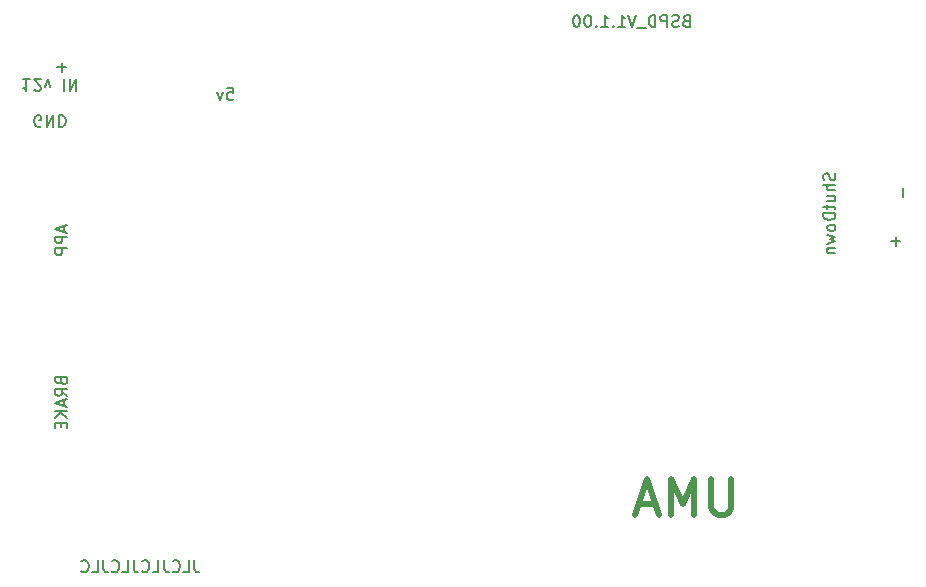
<source format=gbr>
G04 #@! TF.GenerationSoftware,KiCad,Pcbnew,(5.1.10)-1*
G04 #@! TF.CreationDate,2021-06-28T12:10:56+02:00*
G04 #@! TF.ProjectId,BSPD_v_1_1,42535044-5f76-45f3-915f-312e6b696361,rev?*
G04 #@! TF.SameCoordinates,Original*
G04 #@! TF.FileFunction,Legend,Bot*
G04 #@! TF.FilePolarity,Positive*
%FSLAX46Y46*%
G04 Gerber Fmt 4.6, Leading zero omitted, Abs format (unit mm)*
G04 Created by KiCad (PCBNEW (5.1.10)-1) date 2021-06-28 12:10:56*
%MOMM*%
%LPD*%
G01*
G04 APERTURE LIST*
%ADD10C,0.500000*%
%ADD11C,0.150000*%
%ADD12C,2.700000*%
%ADD13C,1.700000*%
%ADD14O,2.200000X1.700000*%
%ADD15C,1.524000*%
%ADD16C,1.900000*%
G04 APERTURE END LIST*
D10*
X150669142Y-67953142D02*
X150669142Y-70381714D01*
X150526285Y-70667428D01*
X150383428Y-70810285D01*
X150097714Y-70953142D01*
X149526285Y-70953142D01*
X149240571Y-70810285D01*
X149097714Y-70667428D01*
X148954857Y-70381714D01*
X148954857Y-67953142D01*
X147526285Y-70953142D02*
X147526285Y-67953142D01*
X146526285Y-70096000D01*
X145526285Y-67953142D01*
X145526285Y-70953142D01*
X144240571Y-70096000D02*
X142812000Y-70096000D01*
X144526285Y-70953142D02*
X143526285Y-67953142D01*
X142526285Y-70953142D01*
D11*
X105203047Y-74826880D02*
X105203047Y-75541166D01*
X105250666Y-75684023D01*
X105345904Y-75779261D01*
X105488761Y-75826880D01*
X105584000Y-75826880D01*
X104250666Y-75826880D02*
X104726857Y-75826880D01*
X104726857Y-74826880D01*
X103345904Y-75731642D02*
X103393523Y-75779261D01*
X103536380Y-75826880D01*
X103631619Y-75826880D01*
X103774476Y-75779261D01*
X103869714Y-75684023D01*
X103917333Y-75588785D01*
X103964952Y-75398309D01*
X103964952Y-75255452D01*
X103917333Y-75064976D01*
X103869714Y-74969738D01*
X103774476Y-74874500D01*
X103631619Y-74826880D01*
X103536380Y-74826880D01*
X103393523Y-74874500D01*
X103345904Y-74922119D01*
X102631619Y-74826880D02*
X102631619Y-75541166D01*
X102679238Y-75684023D01*
X102774476Y-75779261D01*
X102917333Y-75826880D01*
X103012571Y-75826880D01*
X101679238Y-75826880D02*
X102155428Y-75826880D01*
X102155428Y-74826880D01*
X100774476Y-75731642D02*
X100822095Y-75779261D01*
X100964952Y-75826880D01*
X101060190Y-75826880D01*
X101203047Y-75779261D01*
X101298285Y-75684023D01*
X101345904Y-75588785D01*
X101393523Y-75398309D01*
X101393523Y-75255452D01*
X101345904Y-75064976D01*
X101298285Y-74969738D01*
X101203047Y-74874500D01*
X101060190Y-74826880D01*
X100964952Y-74826880D01*
X100822095Y-74874500D01*
X100774476Y-74922119D01*
X100060190Y-74826880D02*
X100060190Y-75541166D01*
X100107809Y-75684023D01*
X100203047Y-75779261D01*
X100345904Y-75826880D01*
X100441142Y-75826880D01*
X99107809Y-75826880D02*
X99584000Y-75826880D01*
X99584000Y-74826880D01*
X98203047Y-75731642D02*
X98250666Y-75779261D01*
X98393523Y-75826880D01*
X98488761Y-75826880D01*
X98631619Y-75779261D01*
X98726857Y-75684023D01*
X98774476Y-75588785D01*
X98822095Y-75398309D01*
X98822095Y-75255452D01*
X98774476Y-75064976D01*
X98726857Y-74969738D01*
X98631619Y-74874500D01*
X98488761Y-74826880D01*
X98393523Y-74826880D01*
X98250666Y-74874500D01*
X98203047Y-74922119D01*
X97488761Y-74826880D02*
X97488761Y-75541166D01*
X97536380Y-75684023D01*
X97631619Y-75779261D01*
X97774476Y-75826880D01*
X97869714Y-75826880D01*
X96536380Y-75826880D02*
X97012571Y-75826880D01*
X97012571Y-74826880D01*
X95631619Y-75731642D02*
X95679238Y-75779261D01*
X95822095Y-75826880D01*
X95917333Y-75826880D01*
X96060190Y-75779261D01*
X96155428Y-75684023D01*
X96203047Y-75588785D01*
X96250666Y-75398309D01*
X96250666Y-75255452D01*
X96203047Y-75064976D01*
X96155428Y-74969738D01*
X96060190Y-74874500D01*
X95917333Y-74826880D01*
X95822095Y-74826880D01*
X95679238Y-74874500D01*
X95631619Y-74922119D01*
X107965857Y-34821880D02*
X108442047Y-34821880D01*
X108489666Y-35298071D01*
X108442047Y-35250452D01*
X108346809Y-35202833D01*
X108108714Y-35202833D01*
X108013476Y-35250452D01*
X107965857Y-35298071D01*
X107918238Y-35393309D01*
X107918238Y-35631404D01*
X107965857Y-35726642D01*
X108013476Y-35774261D01*
X108108714Y-35821880D01*
X108346809Y-35821880D01*
X108442047Y-35774261D01*
X108489666Y-35726642D01*
X107584904Y-35155214D02*
X107346809Y-35821880D01*
X107108714Y-35155214D01*
X92202095Y-38092000D02*
X92106857Y-38139619D01*
X91964000Y-38139619D01*
X91821142Y-38092000D01*
X91725904Y-37996761D01*
X91678285Y-37901523D01*
X91630666Y-37711047D01*
X91630666Y-37568190D01*
X91678285Y-37377714D01*
X91725904Y-37282476D01*
X91821142Y-37187238D01*
X91964000Y-37139619D01*
X92059238Y-37139619D01*
X92202095Y-37187238D01*
X92249714Y-37234857D01*
X92249714Y-37568190D01*
X92059238Y-37568190D01*
X92678285Y-37139619D02*
X92678285Y-38139619D01*
X93249714Y-37139619D01*
X93249714Y-38139619D01*
X93725904Y-37139619D02*
X93725904Y-38139619D01*
X93964000Y-38139619D01*
X94106857Y-38092000D01*
X94202095Y-37996761D01*
X94249714Y-37901523D01*
X94297333Y-37711047D01*
X94297333Y-37568190D01*
X94249714Y-37377714D01*
X94202095Y-37282476D01*
X94106857Y-37187238D01*
X93964000Y-37139619D01*
X93725904Y-37139619D01*
X165171428Y-43307047D02*
X165171428Y-44068952D01*
X164972952Y-47823428D02*
X164211047Y-47823428D01*
X164592000Y-48204380D02*
X164592000Y-47442476D01*
X159408761Y-42061238D02*
X159456380Y-42204095D01*
X159456380Y-42442190D01*
X159408761Y-42537428D01*
X159361142Y-42585047D01*
X159265904Y-42632666D01*
X159170666Y-42632666D01*
X159075428Y-42585047D01*
X159027809Y-42537428D01*
X158980190Y-42442190D01*
X158932571Y-42251714D01*
X158884952Y-42156476D01*
X158837333Y-42108857D01*
X158742095Y-42061238D01*
X158646857Y-42061238D01*
X158551619Y-42108857D01*
X158504000Y-42156476D01*
X158456380Y-42251714D01*
X158456380Y-42489809D01*
X158504000Y-42632666D01*
X159456380Y-43061238D02*
X158456380Y-43061238D01*
X159456380Y-43489809D02*
X158932571Y-43489809D01*
X158837333Y-43442190D01*
X158789714Y-43346952D01*
X158789714Y-43204095D01*
X158837333Y-43108857D01*
X158884952Y-43061238D01*
X158789714Y-44394571D02*
X159456380Y-44394571D01*
X158789714Y-43966000D02*
X159313523Y-43966000D01*
X159408761Y-44013619D01*
X159456380Y-44108857D01*
X159456380Y-44251714D01*
X159408761Y-44346952D01*
X159361142Y-44394571D01*
X158789714Y-44727904D02*
X158789714Y-45108857D01*
X158456380Y-44870761D02*
X159313523Y-44870761D01*
X159408761Y-44918380D01*
X159456380Y-45013619D01*
X159456380Y-45108857D01*
X159456380Y-45442190D02*
X158456380Y-45442190D01*
X158456380Y-45680285D01*
X158504000Y-45823142D01*
X158599238Y-45918380D01*
X158694476Y-45966000D01*
X158884952Y-46013619D01*
X159027809Y-46013619D01*
X159218285Y-45966000D01*
X159313523Y-45918380D01*
X159408761Y-45823142D01*
X159456380Y-45680285D01*
X159456380Y-45442190D01*
X159456380Y-46585047D02*
X159408761Y-46489809D01*
X159361142Y-46442190D01*
X159265904Y-46394571D01*
X158980190Y-46394571D01*
X158884952Y-46442190D01*
X158837333Y-46489809D01*
X158789714Y-46585047D01*
X158789714Y-46727904D01*
X158837333Y-46823142D01*
X158884952Y-46870761D01*
X158980190Y-46918380D01*
X159265904Y-46918380D01*
X159361142Y-46870761D01*
X159408761Y-46823142D01*
X159456380Y-46727904D01*
X159456380Y-46585047D01*
X158789714Y-47251714D02*
X159456380Y-47442190D01*
X158980190Y-47632666D01*
X159456380Y-47823142D01*
X158789714Y-48013619D01*
X158789714Y-48394571D02*
X159456380Y-48394571D01*
X158884952Y-48394571D02*
X158837333Y-48442190D01*
X158789714Y-48537428D01*
X158789714Y-48680285D01*
X158837333Y-48775523D01*
X158932571Y-48823142D01*
X159456380Y-48823142D01*
X93908571Y-59658476D02*
X93956190Y-59801333D01*
X94003809Y-59848952D01*
X94099047Y-59896571D01*
X94241904Y-59896571D01*
X94337142Y-59848952D01*
X94384761Y-59801333D01*
X94432380Y-59706095D01*
X94432380Y-59325142D01*
X93432380Y-59325142D01*
X93432380Y-59658476D01*
X93480000Y-59753714D01*
X93527619Y-59801333D01*
X93622857Y-59848952D01*
X93718095Y-59848952D01*
X93813333Y-59801333D01*
X93860952Y-59753714D01*
X93908571Y-59658476D01*
X93908571Y-59325142D01*
X94432380Y-60896571D02*
X93956190Y-60563238D01*
X94432380Y-60325142D02*
X93432380Y-60325142D01*
X93432380Y-60706095D01*
X93480000Y-60801333D01*
X93527619Y-60848952D01*
X93622857Y-60896571D01*
X93765714Y-60896571D01*
X93860952Y-60848952D01*
X93908571Y-60801333D01*
X93956190Y-60706095D01*
X93956190Y-60325142D01*
X94146666Y-61277523D02*
X94146666Y-61753714D01*
X94432380Y-61182285D02*
X93432380Y-61515619D01*
X94432380Y-61848952D01*
X94432380Y-62182285D02*
X93432380Y-62182285D01*
X94432380Y-62753714D02*
X93860952Y-62325142D01*
X93432380Y-62753714D02*
X94003809Y-62182285D01*
X93908571Y-63182285D02*
X93908571Y-63515619D01*
X94432380Y-63658476D02*
X94432380Y-63182285D01*
X93432380Y-63182285D01*
X93432380Y-63658476D01*
X94146666Y-46513904D02*
X94146666Y-46990095D01*
X94432380Y-46418666D02*
X93432380Y-46752000D01*
X94432380Y-47085333D01*
X94432380Y-47418666D02*
X93432380Y-47418666D01*
X93432380Y-47799619D01*
X93480000Y-47894857D01*
X93527619Y-47942476D01*
X93622857Y-47990095D01*
X93765714Y-47990095D01*
X93860952Y-47942476D01*
X93908571Y-47894857D01*
X93956190Y-47799619D01*
X93956190Y-47418666D01*
X94432380Y-48418666D02*
X93432380Y-48418666D01*
X93432380Y-48799619D01*
X93480000Y-48894857D01*
X93527619Y-48942476D01*
X93622857Y-48990095D01*
X93765714Y-48990095D01*
X93860952Y-48942476D01*
X93908571Y-48894857D01*
X93956190Y-48799619D01*
X93956190Y-48418666D01*
X94360952Y-33091428D02*
X93599047Y-33091428D01*
X93980000Y-33472380D02*
X93980000Y-32710476D01*
X91249714Y-34091619D02*
X90678285Y-34091619D01*
X90964000Y-34091619D02*
X90964000Y-35091619D01*
X90868761Y-34948761D01*
X90773523Y-34853523D01*
X90678285Y-34805904D01*
X91630666Y-34996380D02*
X91678285Y-35044000D01*
X91773523Y-35091619D01*
X92011619Y-35091619D01*
X92106857Y-35044000D01*
X92154476Y-34996380D01*
X92202095Y-34901142D01*
X92202095Y-34805904D01*
X92154476Y-34663047D01*
X91583047Y-34091619D01*
X92202095Y-34091619D01*
X92535428Y-34758285D02*
X92773523Y-34091619D01*
X93011619Y-34758285D01*
X94154476Y-34091619D02*
X94154476Y-35091619D01*
X94630666Y-34091619D02*
X94630666Y-35091619D01*
X95202095Y-34091619D01*
X95202095Y-35091619D01*
X146835238Y-29138571D02*
X146692380Y-29186190D01*
X146644761Y-29233809D01*
X146597142Y-29329047D01*
X146597142Y-29471904D01*
X146644761Y-29567142D01*
X146692380Y-29614761D01*
X146787619Y-29662380D01*
X147168571Y-29662380D01*
X147168571Y-28662380D01*
X146835238Y-28662380D01*
X146740000Y-28710000D01*
X146692380Y-28757619D01*
X146644761Y-28852857D01*
X146644761Y-28948095D01*
X146692380Y-29043333D01*
X146740000Y-29090952D01*
X146835238Y-29138571D01*
X147168571Y-29138571D01*
X146216190Y-29614761D02*
X146073333Y-29662380D01*
X145835238Y-29662380D01*
X145740000Y-29614761D01*
X145692380Y-29567142D01*
X145644761Y-29471904D01*
X145644761Y-29376666D01*
X145692380Y-29281428D01*
X145740000Y-29233809D01*
X145835238Y-29186190D01*
X146025714Y-29138571D01*
X146120952Y-29090952D01*
X146168571Y-29043333D01*
X146216190Y-28948095D01*
X146216190Y-28852857D01*
X146168571Y-28757619D01*
X146120952Y-28710000D01*
X146025714Y-28662380D01*
X145787619Y-28662380D01*
X145644761Y-28710000D01*
X145216190Y-29662380D02*
X145216190Y-28662380D01*
X144835238Y-28662380D01*
X144740000Y-28710000D01*
X144692380Y-28757619D01*
X144644761Y-28852857D01*
X144644761Y-28995714D01*
X144692380Y-29090952D01*
X144740000Y-29138571D01*
X144835238Y-29186190D01*
X145216190Y-29186190D01*
X144216190Y-29662380D02*
X144216190Y-28662380D01*
X143978095Y-28662380D01*
X143835238Y-28710000D01*
X143740000Y-28805238D01*
X143692380Y-28900476D01*
X143644761Y-29090952D01*
X143644761Y-29233809D01*
X143692380Y-29424285D01*
X143740000Y-29519523D01*
X143835238Y-29614761D01*
X143978095Y-29662380D01*
X144216190Y-29662380D01*
X143454285Y-29757619D02*
X142692380Y-29757619D01*
X142597142Y-28662380D02*
X142263809Y-29662380D01*
X141930476Y-28662380D01*
X141073333Y-29662380D02*
X141644761Y-29662380D01*
X141359047Y-29662380D02*
X141359047Y-28662380D01*
X141454285Y-28805238D01*
X141549523Y-28900476D01*
X141644761Y-28948095D01*
X140644761Y-29567142D02*
X140597142Y-29614761D01*
X140644761Y-29662380D01*
X140692380Y-29614761D01*
X140644761Y-29567142D01*
X140644761Y-29662380D01*
X139644761Y-29662380D02*
X140216190Y-29662380D01*
X139930476Y-29662380D02*
X139930476Y-28662380D01*
X140025714Y-28805238D01*
X140120952Y-28900476D01*
X140216190Y-28948095D01*
X139216190Y-29567142D02*
X139168571Y-29614761D01*
X139216190Y-29662380D01*
X139263809Y-29614761D01*
X139216190Y-29567142D01*
X139216190Y-29662380D01*
X138549523Y-28662380D02*
X138454285Y-28662380D01*
X138359047Y-28710000D01*
X138311428Y-28757619D01*
X138263809Y-28852857D01*
X138216190Y-29043333D01*
X138216190Y-29281428D01*
X138263809Y-29471904D01*
X138311428Y-29567142D01*
X138359047Y-29614761D01*
X138454285Y-29662380D01*
X138549523Y-29662380D01*
X138644761Y-29614761D01*
X138692380Y-29567142D01*
X138740000Y-29471904D01*
X138787619Y-29281428D01*
X138787619Y-29043333D01*
X138740000Y-28852857D01*
X138692380Y-28757619D01*
X138644761Y-28710000D01*
X138549523Y-28662380D01*
X137597142Y-28662380D02*
X137501904Y-28662380D01*
X137406666Y-28710000D01*
X137359047Y-28757619D01*
X137311428Y-28852857D01*
X137263809Y-29043333D01*
X137263809Y-29281428D01*
X137311428Y-29471904D01*
X137359047Y-29567142D01*
X137406666Y-29614761D01*
X137501904Y-29662380D01*
X137597142Y-29662380D01*
X137692380Y-29614761D01*
X137740000Y-29567142D01*
X137787619Y-29471904D01*
X137835238Y-29281428D01*
X137835238Y-29043333D01*
X137787619Y-28852857D01*
X137740000Y-28757619D01*
X137692380Y-28710000D01*
X137597142Y-28662380D01*
%LPC*%
D12*
X88900000Y-29972000D03*
X88900000Y-73660000D03*
X163068000Y-74168000D03*
X163068000Y-29972000D03*
D13*
X89594000Y-45546000D03*
X89594000Y-50546000D03*
D14*
X96774000Y-45546000D03*
X96774000Y-48046000D03*
G36*
G01*
X97874000Y-49946000D02*
X97874000Y-51146000D01*
G75*
G02*
X97624000Y-51396000I-250000J0D01*
G01*
X95924000Y-51396000D01*
G75*
G02*
X95674000Y-51146000I0J250000D01*
G01*
X95674000Y-49946000D01*
G75*
G02*
X95924000Y-49696000I250000J0D01*
G01*
X97624000Y-49696000D01*
G75*
G02*
X97874000Y-49946000I0J-250000D01*
G01*
G37*
D13*
X89594000Y-59262000D03*
X89594000Y-64262000D03*
D14*
X96774000Y-59262000D03*
X96774000Y-61762000D03*
G36*
G01*
X97874000Y-63662000D02*
X97874000Y-64862000D01*
G75*
G02*
X97624000Y-65112000I-250000J0D01*
G01*
X95924000Y-65112000D01*
G75*
G02*
X95674000Y-64862000I0J250000D01*
G01*
X95674000Y-63662000D01*
G75*
G02*
X95924000Y-63412000I250000J0D01*
G01*
X97624000Y-63412000D01*
G75*
G02*
X97874000Y-63662000I0J-250000D01*
G01*
G37*
D13*
X162374000Y-62240800D03*
X162374000Y-59740800D03*
D14*
X155194000Y-62240800D03*
G36*
G01*
X154094000Y-60340800D02*
X154094000Y-59140800D01*
G75*
G02*
X154344000Y-58890800I250000J0D01*
G01*
X156044000Y-58890800D01*
G75*
G02*
X156294000Y-59140800I0J-250000D01*
G01*
X156294000Y-60340800D01*
G75*
G02*
X156044000Y-60590800I-250000J0D01*
G01*
X154344000Y-60590800D01*
G75*
G02*
X154094000Y-60340800I0J250000D01*
G01*
G37*
D13*
X162374000Y-46950000D03*
X162374000Y-44450000D03*
D14*
X155194000Y-46950000D03*
G36*
G01*
X154094000Y-45050000D02*
X154094000Y-43850000D01*
G75*
G02*
X154344000Y-43600000I250000J0D01*
G01*
X156044000Y-43600000D01*
G75*
G02*
X156294000Y-43850000I0J-250000D01*
G01*
X156294000Y-45050000D01*
G75*
G02*
X156044000Y-45300000I-250000J0D01*
G01*
X154344000Y-45300000D01*
G75*
G02*
X154094000Y-45050000I0J250000D01*
G01*
G37*
D13*
X89594000Y-36616000D03*
X89594000Y-39116000D03*
D14*
X96774000Y-36616000D03*
G36*
G01*
X97874000Y-38516000D02*
X97874000Y-39716000D01*
G75*
G02*
X97624000Y-39966000I-250000J0D01*
G01*
X95924000Y-39966000D01*
G75*
G02*
X95674000Y-39716000I0J250000D01*
G01*
X95674000Y-38516000D01*
G75*
G02*
X95924000Y-38266000I250000J0D01*
G01*
X97624000Y-38266000D01*
G75*
G02*
X97874000Y-38516000I0J-250000D01*
G01*
G37*
D15*
X158496000Y-75184000D03*
X154496000Y-75184000D03*
D16*
X138096000Y-75184000D03*
X133096000Y-75184000D03*
M02*

</source>
